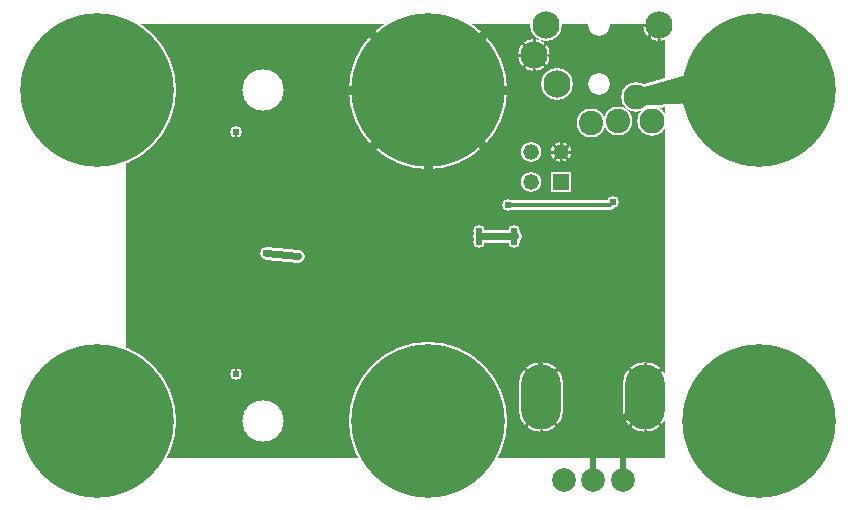
<source format=gbr>
%FSTAX24Y24*%
%MOIN*%
%IN LAYER2.GBR *%
%ADD10C,0.0010*%
%ADD11C,0.0039*%
%ADD12C,0.0050*%
%ADD13C,0.0060*%
%ADD14C,0.0080*%
%ADD15C,0.0100*%
%ADD16C,0.0120*%
%ADD17C,0.0199*%
%ADD18C,0.0200*%
%ADD19C,0.0220*%
%ADD20C,0.0240*%
%ADD21C,0.0300*%
%ADD22C,0.0320*%
%ADD23C,0.0400*%
%ADD24C,0.0440*%
%ADD25C,0.0520*%
%ADD26C,0.0550*%
%ADD27C,0.0600*%
%ADD28C,0.0680*%
%ADD29C,0.0721*%
%ADD30C,0.0750*%
%ADD31C,0.0787*%
%ADD32C,0.0810*%
%ADD33C,0.0830*%
%ADD34C,0.0906*%
%ADD35C,0.0947*%
%ADD36C,0.0970*%
%ADD37C,0.0990*%
%ADD38C,0.1066*%
%ADD39C,0.1380*%
%ADD40C,0.5118*%
%ADD41C,0.5278*%
%ADD42O,0.1339X0.2165*%
%ADD43O,0.1499X0.2325*%
%ADD44R,0.0520X0.0520*%
%ADD45R,0.0680X0.0680*%
D12*X013189Y001772D02*G01X02185D01*Y016142D01*X003937D01*Y001772D01*
X013189D01*G36*G01X02185D01*Y016142D01*X003937D01*Y001772D01*
X013189D01*G37*
%LPC*%
D36*X019409Y012874D03*D38*X018268Y014173D03*D36*X020315Y012953D03*D38*
X017913Y016142D03*D37*X020906Y01374D03*D41*X025Y013976D03*D37*
X021457Y012953D03*D38*X021693Y016142D03*X01752Y015157D03*D29*
X019685Y016142D03*Y014173D03*D41*X013976Y002953D03*X002953Y013976D03*
Y002953D03*X025D03*D39*X008465D03*Y013976D03*D17*X026575Y008465D03*D19*
X021457Y01122D03*D28*X018413Y011917D03*D23*X016661Y010149D03*
X020161Y010249D03*X007571Y012598D03*D19*X006487Y010851D03*D41*
X013976Y013976D03*D23*X007571Y004528D03*D19*X006487Y007751D03*
X010861Y007149D03*X017726Y008026D03*D43*X017756Y00374D03*D23*
X015675Y009106D03*X016875D03*X009661Y008449D03*X008575Y008551D03*D35*
X018504Y000984D03*X020472D03*D43*X02122Y00374D03*D35*X019488Y000984D03*
D45*X018413Y010917D03*D28*X017413D03*Y011917D03*D23*X015675Y009303D03*
Y00891D03*X016856Y009303D03*Y00891D03*D30*X020906Y01374D02*
G01X025Y013976D01*D14*X021457Y01122D02*X019291D01*Y011811D01*
Y011917D01*X018413D01*D20*X016661Y010149D02*D22*X020061D01*
X020161Y010249D01*D20*X007571Y012598D02*D13*Y011935D01*
X006487Y010851D01*D16*X008728D01*X013976D01*Y013976D01*
X013971Y007751D01*X013976D01*D20*X006513D01*D13*X007571Y006693D01*
Y004528D01*D20*X006513Y007751D02*X006487D01*X013971D02*
X013969Y007749D01*X010861D01*Y007149D01*X017726Y008026D02*D16*
Y00377D01*D20*X017756Y00374D01*X015675Y009106D02*D24*X016875D01*
X009661Y008449D02*X008575Y008551D01*D18*X020472Y000984D02*Y002992D01*
X02122Y00374D01*X019488Y002008D01*Y000984D01*D14*X022376Y013623D02*
X022566Y013483D01*X022336Y014013D02*X022546Y014193D01*
X010696Y007693D02*X010816Y007553D01*X010906D02*X011056Y007713D01*
X013956Y007913D02*X013866Y007813D01*D27*X020866Y01378D02*
X022835Y01437D01*
%LPD*%
D32*X019409Y012874D03*D34*X018268Y014173D03*D32*X020315Y012953D03*D34*
X017913Y016142D03*D33*X020906Y01374D03*D40*X025Y013976D03*D33*
X021457Y012953D03*D34*X021693Y016142D03*D15*X02124D02*X02116D01*
X021373Y015822D02*X021316Y015765D01*X021693Y015689D02*Y015609D01*D34*
X01752Y015157D03*D15*X01784Y015478D02*X017896Y015534D01*
X01752Y01561D02*Y01569D01*X0172Y015478D02*X017143Y015534D01*
X017067Y015157D02*X016987D01*X0172Y014837D02*X017143Y014781D01*
X01752Y014705D02*Y014625D01*X01784Y014837D02*X017896Y014781D01*
X017972Y015157D02*X018052D01*D10*X019685Y016142D03*Y014173D03*D40*
X013976Y002953D03*X002953Y013976D03*Y002953D03*X025D03*D11*X008465D03*
Y013976D03*X026575Y008465D03*D20*X021457Y01122D03*D25*
X018413Y011917D03*D15*X018597Y012101D02*X018654Y012158D01*
X018413Y012177D02*Y012257D01*X01823Y012101D02*X018173Y012158D01*
X018153Y011917D02*X018073D01*X01823Y011733D02*X018173Y011677D01*
X018413Y011657D02*Y011577D01*X018597Y011733D02*X018654Y011677D01*
X018673Y011917D02*X018753D01*D20*X016661Y010149D03*X020161Y010249D03*
X007571Y012598D03*X006487Y010851D03*D40*X013976Y013976D03*D21*
X015786Y015786D02*X015842Y015842D01*X012167Y015786D02*X01211Y015842D01*
X011417Y013976D02*X011337D01*X012167Y012167D02*X01211Y01211D01*
X013976Y011417D02*Y011337D01*X015786Y012167D02*X015842Y01211D01*
X016535Y013976D02*X016615D01*D20*X007571Y004528D03*X006487Y007751D03*
X010861Y007149D03*X017726Y008026D03*D42*X017756Y00374D03*D15*
X018229Y004627D02*X018286Y004683D01*X017756Y004823D02*Y004903D01*
X017283Y004627D02*X017226Y004683D01*X017283Y002854D02*
X017226Y002797D01*X017756Y002657D02*Y002577D01*X018229Y002854D02*
X018286Y002797D01*D20*X015675Y009106D03*X016875D03*X009661Y008449D03*
X008575Y008551D03*D31*X018504Y000984D03*X020472D03*D42*X02122Y00374D03*
D15*X021694Y004627D02*X02175Y004683D01*X02122Y004823D02*Y004903D01*
X020747Y004627D02*X020691Y004683D01*X020747Y002854D02*
X020691Y002797D01*X02122Y002657D02*Y002577D01*X021694Y002854D02*
X02175Y002797D01*D31*X019488Y000984D03*D44*X018413Y010917D03*D25*
X017413D03*Y011917D03*D20*X015675Y009303D03*Y00891D03*
X016856Y009303D03*Y00891D03*D26*X020906Y01374D02*X025Y013976D01*D14*
X021457Y01122D02*X019291D01*Y011811D01*Y011917D01*X018413D01*
X016661Y010149D02*D16*X020061D01*X020161Y010249D01*D14*
X007571Y012598D02*D13*Y011935D01*X006487Y010851D01*D16*X008728D01*
X013976D01*Y013976D01*X013971Y007751D01*X013976D01*D20*X006513D01*D13*
X007571Y006693D01*Y004528D01*D14*D20*X006513Y007751D02*X006487D01*D14*
X013971D02*X013969Y007749D01*X010861D01*D20*Y007149D01*D14*
X017726Y008026D02*D16*Y00377D01*D14*X017756Y00374D01*X015675Y009106D02*
D20*X016875D01*X009661Y008449D02*X008575Y008551D01*D18*
X020472Y000984D02*Y002992D01*X02122Y00374D01*X019488Y002008D01*
Y000984D01*D14*X022376Y013623D02*X022566Y013483D01*X022336Y014013D02*
X022546Y014193D01*X010696Y007693D02*X010816Y007553D01*X010906D02*
X011056Y007713D01*X013956Y007913D02*X013866Y007813D01*D23*
X020866Y01378D02*X022835Y01437D01*
M02*
</source>
